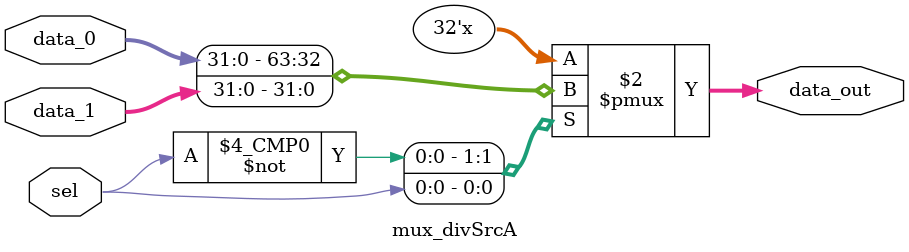
<source format=v>
module mux_divSrcA (
    input wire sel,
    input wire [31:0] data_0, // from A
    input wire [31:0] data_1, // from MDR
    output reg [31:0] data_out
);
    always @(*) begin
        case (sel)
            1'd0: data_out = data_0;
            1'd1: data_out = data_1;
            default: data_out = data_0;
        endcase 
    end 

endmodule
</source>
